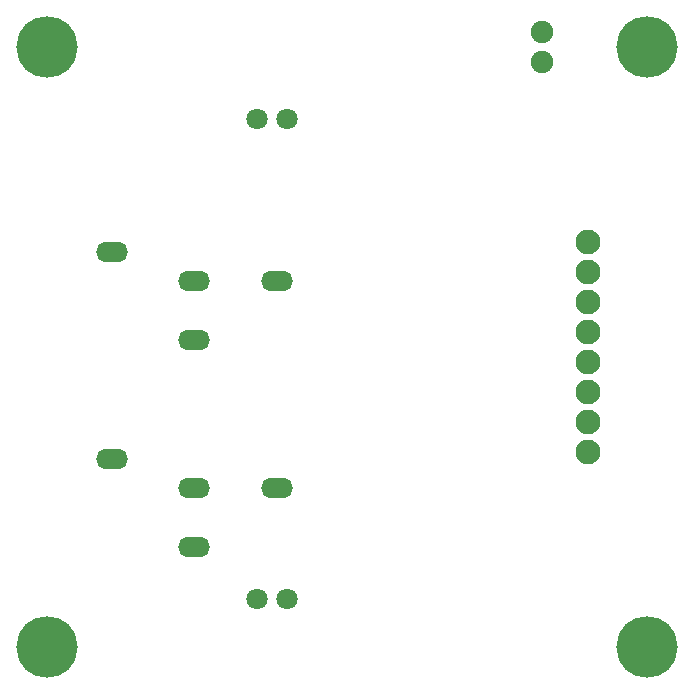
<source format=gbs>
G04 Layer: BottomSolderMaskLayer*
G04 Panelize: , Column: 2, Row: 2, Board Size: 58.42mm x 58.42mm, Panelized Board Size: 118.84mm x 118.84mm*
G04 EasyEDA v6.5.34, 2023-08-21 18:11:39*
G04 c5000755a1824bbf9c005c744657698a,5a6b42c53f6a479593ecc07194224c93,10*
G04 Gerber Generator version 0.2*
G04 Scale: 100 percent, Rotated: No, Reflected: No *
G04 Dimensions in millimeters *
G04 leading zeros omitted , absolute positions ,4 integer and 5 decimal *
%FSLAX45Y45*%
%MOMM*%

%ADD10C,5.2032*%
%ADD11C,1.9016*%
%ADD12O,2.7031949999999996X1.7272*%
%ADD13C,2.1016*%
%ADD14C,1.8016*%

%LPD*%
D10*
G01*
X381000Y5461000D03*
G01*
X5461000Y5461000D03*
G01*
X5461000Y381000D03*
G01*
X381000Y381000D03*
D11*
G01*
X4572000Y5334000D03*
G01*
X4572000Y5588000D03*
D12*
G01*
X2326995Y3474389D03*
G01*
X1626996Y3474389D03*
G01*
X1626996Y2974390D03*
G01*
X1626996Y1724405D03*
G01*
X2326995Y1724405D03*
G01*
X1626996Y1224406D03*
G01*
X926998Y3724402D03*
G01*
X926998Y1974392D03*
D13*
G01*
X4956581Y2029205D03*
G01*
X4956581Y2283205D03*
G01*
X4956581Y2537205D03*
G01*
X4956581Y2791205D03*
G01*
X4956581Y3045205D03*
G01*
X4956581Y3299205D03*
G01*
X4956581Y3553205D03*
G01*
X4956581Y3807205D03*
D14*
G01*
X2413000Y4853000D03*
G01*
X2159000Y4853000D03*
G01*
X2159000Y789000D03*
G01*
X2413000Y789000D03*
M02*

</source>
